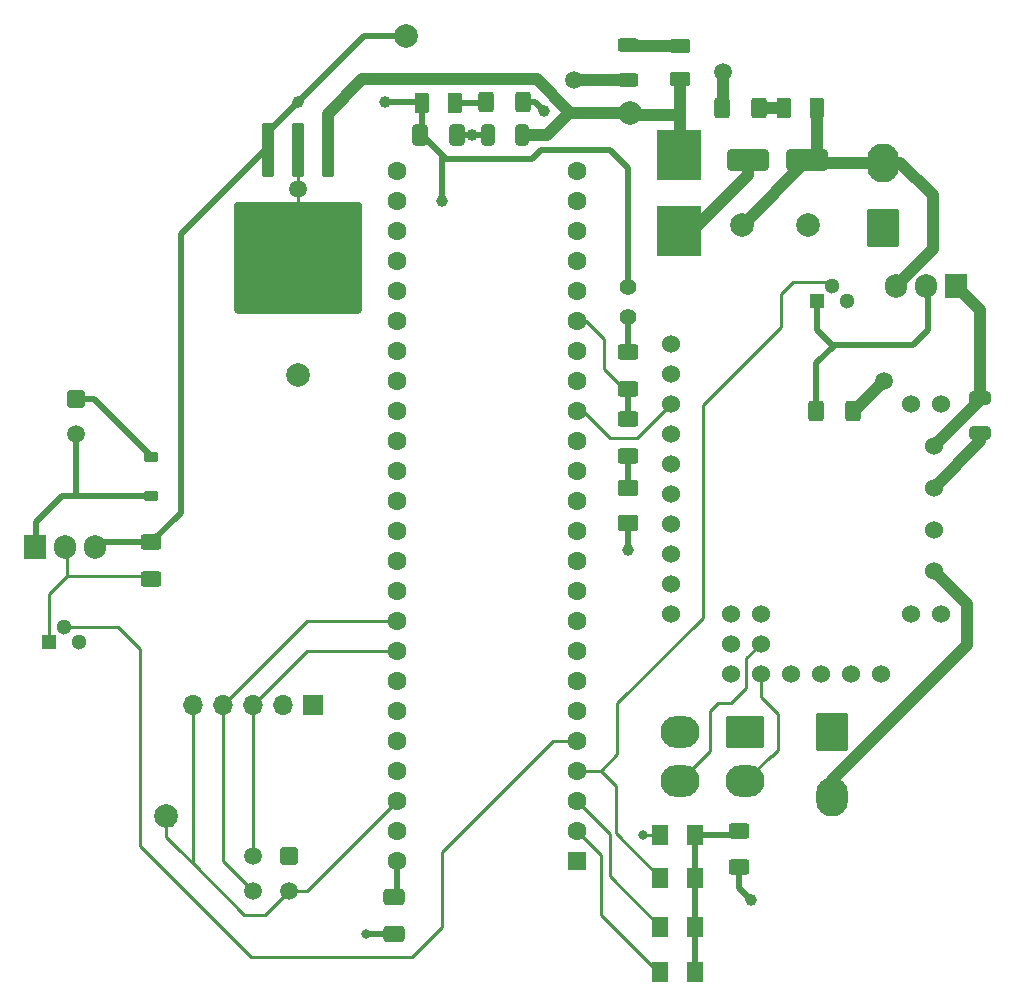
<source format=gbr>
%TF.GenerationSoftware,KiCad,Pcbnew,7.0.6*%
%TF.CreationDate,2024-04-15T18:34:20+10:00*%
%TF.ProjectId,Rocketry_Payload_Main_DDR_Spec_V2,526f636b-6574-4727-995f-5061796c6f61,rev?*%
%TF.SameCoordinates,Original*%
%TF.FileFunction,Copper,L1,Top*%
%TF.FilePolarity,Positive*%
%FSLAX46Y46*%
G04 Gerber Fmt 4.6, Leading zero omitted, Abs format (unit mm)*
G04 Created by KiCad (PCBNEW 7.0.6) date 2024-04-15 18:34:20*
%MOMM*%
%LPD*%
G01*
G04 APERTURE LIST*
G04 Aperture macros list*
%AMRoundRect*
0 Rectangle with rounded corners*
0 $1 Rounding radius*
0 $2 $3 $4 $5 $6 $7 $8 $9 X,Y pos of 4 corners*
0 Add a 4 corners polygon primitive as box body*
4,1,4,$2,$3,$4,$5,$6,$7,$8,$9,$2,$3,0*
0 Add four circle primitives for the rounded corners*
1,1,$1+$1,$2,$3*
1,1,$1+$1,$4,$5*
1,1,$1+$1,$6,$7*
1,1,$1+$1,$8,$9*
0 Add four rect primitives between the rounded corners*
20,1,$1+$1,$2,$3,$4,$5,0*
20,1,$1+$1,$4,$5,$6,$7,0*
20,1,$1+$1,$6,$7,$8,$9,0*
20,1,$1+$1,$8,$9,$2,$3,0*%
G04 Aperture macros list end*
%TA.AperFunction,ComponentPad*%
%ADD10C,2.000000*%
%TD*%
%TA.AperFunction,SMDPad,CuDef*%
%ADD11RoundRect,0.250001X0.462499X0.624999X-0.462499X0.624999X-0.462499X-0.624999X0.462499X-0.624999X0*%
%TD*%
%TA.AperFunction,SMDPad,CuDef*%
%ADD12RoundRect,0.250000X-0.412500X-0.650000X0.412500X-0.650000X0.412500X0.650000X-0.412500X0.650000X0*%
%TD*%
%TA.AperFunction,ComponentPad*%
%ADD13RoundRect,0.250001X-1.399999X1.099999X-1.399999X-1.099999X1.399999X-1.099999X1.399999X1.099999X0*%
%TD*%
%TA.AperFunction,ComponentPad*%
%ADD14O,3.300000X2.700000*%
%TD*%
%TA.AperFunction,ComponentPad*%
%ADD15C,1.500000*%
%TD*%
%TA.AperFunction,ComponentPad*%
%ADD16RoundRect,0.250001X-0.499999X-0.499999X0.499999X-0.499999X0.499999X0.499999X-0.499999X0.499999X0*%
%TD*%
%TA.AperFunction,SMDPad,CuDef*%
%ADD17RoundRect,0.250000X0.400000X0.625000X-0.400000X0.625000X-0.400000X-0.625000X0.400000X-0.625000X0*%
%TD*%
%TA.AperFunction,ComponentPad*%
%ADD18C,1.400000*%
%TD*%
%TA.AperFunction,SMDPad,CuDef*%
%ADD19RoundRect,0.250000X-0.300000X2.050000X-0.300000X-2.050000X0.300000X-2.050000X0.300000X2.050000X0*%
%TD*%
%TA.AperFunction,SMDPad,CuDef*%
%ADD20RoundRect,0.250000X-2.375000X2.025000X-2.375000X-2.025000X2.375000X-2.025000X2.375000X2.025000X0*%
%TD*%
%TA.AperFunction,SMDPad,CuDef*%
%ADD21RoundRect,0.250002X-5.149998X4.449998X-5.149998X-4.449998X5.149998X-4.449998X5.149998X4.449998X0*%
%TD*%
%TA.AperFunction,SMDPad,CuDef*%
%ADD22RoundRect,0.250000X-0.400000X-0.625000X0.400000X-0.625000X0.400000X0.625000X-0.400000X0.625000X0*%
%TD*%
%TA.AperFunction,SMDPad,CuDef*%
%ADD23RoundRect,0.250000X0.625000X-0.400000X0.625000X0.400000X-0.625000X0.400000X-0.625000X-0.400000X0*%
%TD*%
%TA.AperFunction,ComponentPad*%
%ADD24RoundRect,0.250001X-0.499999X0.499999X-0.499999X-0.499999X0.499999X-0.499999X0.499999X0.499999X0*%
%TD*%
%TA.AperFunction,SMDPad,CuDef*%
%ADD25RoundRect,0.250000X-0.625000X0.400000X-0.625000X-0.400000X0.625000X-0.400000X0.625000X0.400000X0*%
%TD*%
%TA.AperFunction,SMDPad,CuDef*%
%ADD26RoundRect,0.250000X0.375000X0.625000X-0.375000X0.625000X-0.375000X-0.625000X0.375000X-0.625000X0*%
%TD*%
%TA.AperFunction,SMDPad,CuDef*%
%ADD27RoundRect,0.250000X-0.625000X0.312500X-0.625000X-0.312500X0.625000X-0.312500X0.625000X0.312500X0*%
%TD*%
%TA.AperFunction,SMDPad,CuDef*%
%ADD28RoundRect,0.250000X-0.650000X0.412500X-0.650000X-0.412500X0.650000X-0.412500X0.650000X0.412500X0*%
%TD*%
%TA.AperFunction,ComponentPad*%
%ADD29R,1.300000X1.300000*%
%TD*%
%TA.AperFunction,ComponentPad*%
%ADD30C,1.300000*%
%TD*%
%TA.AperFunction,ComponentPad*%
%ADD31R,1.600000X1.600000*%
%TD*%
%TA.AperFunction,ComponentPad*%
%ADD32C,1.600000*%
%TD*%
%TA.AperFunction,ComponentPad*%
%ADD33RoundRect,0.250001X1.099999X1.399999X-1.099999X1.399999X-1.099999X-1.399999X1.099999X-1.399999X0*%
%TD*%
%TA.AperFunction,ComponentPad*%
%ADD34O,2.700000X3.300000*%
%TD*%
%TA.AperFunction,SMDPad,CuDef*%
%ADD35RoundRect,0.250001X0.624999X-0.462499X0.624999X0.462499X-0.624999X0.462499X-0.624999X-0.462499X0*%
%TD*%
%TA.AperFunction,SMDPad,CuDef*%
%ADD36RoundRect,0.250000X0.325000X0.650000X-0.325000X0.650000X-0.325000X-0.650000X0.325000X-0.650000X0*%
%TD*%
%TA.AperFunction,ComponentPad*%
%ADD37RoundRect,0.250001X-1.099999X-1.399999X1.099999X-1.399999X1.099999X1.399999X-1.099999X1.399999X0*%
%TD*%
%TA.AperFunction,SMDPad,CuDef*%
%ADD38RoundRect,0.250000X-1.500000X-0.650000X1.500000X-0.650000X1.500000X0.650000X-1.500000X0.650000X0*%
%TD*%
%TA.AperFunction,SMDPad,CuDef*%
%ADD39RoundRect,0.250000X-0.650000X0.325000X-0.650000X-0.325000X0.650000X-0.325000X0.650000X0.325000X0*%
%TD*%
%TA.AperFunction,ComponentPad*%
%ADD40R,1.905000X2.000000*%
%TD*%
%TA.AperFunction,ComponentPad*%
%ADD41O,1.905000X2.000000*%
%TD*%
%TA.AperFunction,SMDPad,CuDef*%
%ADD42RoundRect,0.225000X0.375000X-0.225000X0.375000X0.225000X-0.375000X0.225000X-0.375000X-0.225000X0*%
%TD*%
%TA.AperFunction,ComponentPad*%
%ADD43R,1.700000X1.700000*%
%TD*%
%TA.AperFunction,ComponentPad*%
%ADD44O,1.700000X1.700000*%
%TD*%
%TA.AperFunction,SMDPad,CuDef*%
%ADD45RoundRect,0.250000X-0.625000X0.375000X-0.625000X-0.375000X0.625000X-0.375000X0.625000X0.375000X0*%
%TD*%
%TA.AperFunction,ComponentPad*%
%ADD46C,1.524000*%
%TD*%
%TA.AperFunction,SMDPad,CuDef*%
%ADD47RoundRect,0.250000X-0.375000X-0.625000X0.375000X-0.625000X0.375000X0.625000X-0.375000X0.625000X0*%
%TD*%
%TA.AperFunction,SMDPad,CuDef*%
%ADD48R,3.810000X4.240000*%
%TD*%
%TA.AperFunction,ViaPad*%
%ADD49C,1.000000*%
%TD*%
%TA.AperFunction,ViaPad*%
%ADD50C,1.500000*%
%TD*%
%TA.AperFunction,ViaPad*%
%ADD51C,0.800000*%
%TD*%
%TA.AperFunction,Conductor*%
%ADD52C,0.250000*%
%TD*%
%TA.AperFunction,Conductor*%
%ADD53C,1.000000*%
%TD*%
%TA.AperFunction,Conductor*%
%ADD54C,0.500000*%
%TD*%
%TA.AperFunction,Conductor*%
%ADD55C,0.100000*%
%TD*%
G04 APERTURE END LIST*
D10*
%TO.P,TP3,1,1*%
%TO.N,N/C*%
X172720000Y-69596000D03*
%TD*%
D11*
%TO.P,D1,1,K*%
%TO.N,Net-(D1-K)*%
X163195000Y-132842000D03*
%TO.P,D1,2,A*%
%TO.N,/0*%
X160220000Y-132842000D03*
%TD*%
D10*
%TO.P,TP4,1,1*%
%TO.N,12V_RAW*%
X167132000Y-69596000D03*
%TD*%
%TO.P,TP3,1,1*%
%TO.N,GND*%
X129540000Y-82296000D03*
%TD*%
%TO.P,TP2,1,1*%
%TO.N,/3.3V*%
X118364000Y-119634000D03*
%TD*%
D12*
%TO.P,C3,1*%
%TO.N,5V*%
X139915500Y-61976000D03*
%TO.P,C3,2*%
%TO.N,GND*%
X143040500Y-61976000D03*
%TD*%
D13*
%TO.P,J2,1,1*%
%TO.N,Net-(J2-Pad1)*%
X167386000Y-112522000D03*
D14*
%TO.P,J2,2,2*%
%TO.N,Net-(U5-FBA)*%
X167386000Y-116722000D03*
%TO.P,J2,3,3*%
%TO.N,unconnected-(J2-Pad3)*%
X161886000Y-112522000D03*
%TO.P,J2,4,4*%
%TO.N,Net-(U5-AUX)*%
X161886000Y-116722000D03*
%TD*%
D10*
%TO.P,TP6,1,1*%
%TO.N,5V*%
X138684000Y-53594000D03*
%TD*%
D15*
%TO.P,J1,2,Pin_2*%
%TO.N,Valve*%
X110744000Y-87328000D03*
D16*
%TO.P,J1,1,Pin_1*%
%TO.N,GND*%
X110744000Y-84328000D03*
%TD*%
D17*
%TO.P,R1,1*%
%TO.N,Net-(D7-K)*%
X168555000Y-59690000D03*
%TO.P,R1,2*%
%TO.N,GND*%
X165455000Y-59690000D03*
%TD*%
D11*
%TO.P,D2,2,A*%
%TO.N,/1*%
X160220000Y-129032000D03*
%TO.P,D2,1,K*%
%TO.N,Net-(D1-K)*%
X163195000Y-129032000D03*
%TD*%
D18*
%TO.P,SJ2,1,1*%
%TO.N,Net-(R4-Pad1)*%
X157480000Y-77450000D03*
%TO.P,SJ2,2,2*%
%TO.N,5V*%
X157480000Y-74910000D03*
%TD*%
D19*
%TO.P,U7,1,VI*%
%TO.N,12V_PROT*%
X132080000Y-63240000D03*
%TO.P,U7,2,GND*%
%TO.N,GND*%
X129540000Y-63240000D03*
D20*
X132315000Y-69965000D03*
X126765000Y-69965000D03*
D21*
X129540000Y-72390000D03*
D20*
X132315000Y-74815000D03*
X126765000Y-74815000D03*
D19*
%TO.P,U7,3,VO*%
%TO.N,5V*%
X127000000Y-63240000D03*
%TD*%
D22*
%TO.P,R3,1*%
%TO.N,Net-(D10-K)*%
X145490600Y-59182000D03*
%TO.P,R3,2*%
%TO.N,GND*%
X148590600Y-59182000D03*
%TD*%
%TO.P,R8,1*%
%TO.N,Net-(Q1-G)*%
X173430000Y-85344000D03*
%TO.P,R8,2*%
%TO.N,12V_RAW*%
X176530000Y-85344000D03*
%TD*%
D23*
%TO.P,R7,2*%
%TO.N,5V*%
X117094000Y-96494000D03*
%TO.P,R7,1*%
%TO.N,Net-(Q2-G)*%
X117094000Y-99594000D03*
%TD*%
D24*
%TO.P,U4,1,GND*%
%TO.N,GND*%
X128778000Y-123015000D03*
D15*
%TO.P,U4,2,Vin_2-6V*%
%TO.N,/3.3V*%
X128778000Y-126015000D03*
%TO.P,U4,3,SCL*%
%TO.N,/SCK{slash}SCL*%
X125778000Y-123015000D03*
%TO.P,U4,4,SDA*%
%TO.N,/SDI{slash}SDA*%
X125778000Y-126015000D03*
%TD*%
D25*
%TO.P,R5,1*%
%TO.N,/Test_Pin*%
X157480000Y-86080000D03*
%TO.P,R5,2*%
%TO.N,Net-(D6-A)*%
X157480000Y-89180000D03*
%TD*%
D26*
%TO.P,D10,1,K*%
%TO.N,Net-(D10-K)*%
X142827200Y-59283600D03*
%TO.P,D10,2,A*%
%TO.N,5V*%
X140027200Y-59283600D03*
%TD*%
D27*
%TO.P,R2,1*%
%TO.N,Net-(D9-K)*%
X157480000Y-54417500D03*
%TO.P,R2,2*%
%TO.N,GND*%
X157480000Y-57342500D03*
%TD*%
D28*
%TO.P,C1,1*%
%TO.N,5V*%
X137668000Y-126492000D03*
%TO.P,C1,2*%
%TO.N,GND*%
X137668000Y-129617000D03*
%TD*%
D29*
%TO.P,Q4,1,C*%
%TO.N,Net-(Q1-G)*%
X173482000Y-76052000D03*
D30*
%TO.P,Q4,2,B*%
%TO.N,/2*%
X174752000Y-74782000D03*
%TO.P,Q4,3,E*%
%TO.N,GND*%
X176022000Y-76052000D03*
%TD*%
D31*
%TO.P,U2,1,GND*%
%TO.N,GND*%
X153162000Y-123444000D03*
D32*
%TO.P,U2,2,0_RX1_CRX2_CS1*%
%TO.N,/0*%
X153162000Y-120904000D03*
%TO.P,U2,3,1_TX1_CTX2_MISO1*%
%TO.N,/1*%
X153162000Y-118364000D03*
%TO.P,U2,4,2_OUT2*%
%TO.N,/2*%
X153162000Y-115824000D03*
%TO.P,U2,5,3_LRCLK2*%
%TO.N,/3*%
X153162000Y-113284000D03*
%TO.P,U2,6,4_BCLK2*%
%TO.N,unconnected-(U2-4_BCLK2-Pad6)*%
X153162000Y-110744000D03*
%TO.P,U2,7,5_IN2*%
%TO.N,unconnected-(U2-5_IN2-Pad7)*%
X153162000Y-108204000D03*
%TO.P,U2,8,6_OUT1D*%
%TO.N,unconnected-(U2-6_OUT1D-Pad8)*%
X153162000Y-105664000D03*
%TO.P,U2,9,7_RX2_OUT1A*%
%TO.N,unconnected-(U2-7_RX2_OUT1A-Pad9)*%
X153162000Y-103124000D03*
%TO.P,U2,10,8_TX2_IN1*%
%TO.N,unconnected-(U2-8_TX2_IN1-Pad10)*%
X153162000Y-100584000D03*
%TO.P,U2,11,9_OUT1C*%
%TO.N,unconnected-(U2-9_OUT1C-Pad11)*%
X153162000Y-98044000D03*
%TO.P,U2,12,10_CS_MQSR*%
%TO.N,unconnected-(U2-10_CS_MQSR-Pad12)*%
X153162000Y-95504000D03*
%TO.P,U2,13,11_MOSI_CTX1*%
%TO.N,unconnected-(U2-11_MOSI_CTX1-Pad13)*%
X153162000Y-92964000D03*
%TO.P,U2,14,12_MISO_MQSL*%
%TO.N,unconnected-(U2-12_MISO_MQSL-Pad14)*%
X153162000Y-90424000D03*
%TO.P,U2,15,3V3*%
%TO.N,unconnected-(U2-3V3-Pad15)*%
X153162000Y-87884000D03*
%TO.P,U2,16,24_A10_TX6_SCL2*%
%TO.N,/SCL2*%
X153162000Y-85344000D03*
%TO.P,U2,17,25_A11_RX6_SDA2*%
%TO.N,/SDA2*%
X153162000Y-82804000D03*
%TO.P,U2,18,26_A12_MOSI1*%
%TO.N,unconnected-(U2-26_A12_MOSI1-Pad18)*%
X153162000Y-80264000D03*
%TO.P,U2,19,27_A13_SCK1*%
%TO.N,/Test_Pin*%
X153162000Y-77724000D03*
%TO.P,U2,20,28_RX7*%
%TO.N,unconnected-(U2-28_RX7-Pad20)*%
X153162000Y-75184000D03*
%TO.P,U2,21,29_TX7*%
%TO.N,unconnected-(U2-29_TX7-Pad21)*%
X153162000Y-72644000D03*
%TO.P,U2,22,30_CRX3*%
%TO.N,unconnected-(U2-30_CRX3-Pad22)*%
X153162000Y-70104000D03*
%TO.P,U2,23,31_CTX3*%
%TO.N,unconnected-(U2-31_CTX3-Pad23)*%
X153162000Y-67564000D03*
%TO.P,U2,24,32_OUT1B*%
%TO.N,unconnected-(U2-32_OUT1B-Pad24)*%
X153162000Y-65024000D03*
%TO.P,U2,25,33_MCLK2*%
%TO.N,unconnected-(U2-33_MCLK2-Pad25)*%
X137922000Y-65024000D03*
%TO.P,U2,26,34_RX8*%
%TO.N,unconnected-(U2-34_RX8-Pad26)*%
X137922000Y-67564000D03*
%TO.P,U2,27,35_TX8*%
%TO.N,unconnected-(U2-35_TX8-Pad27)*%
X137922000Y-70104000D03*
%TO.P,U2,28,36_CS*%
%TO.N,unconnected-(U2-36_CS-Pad28)*%
X137922000Y-72644000D03*
%TO.P,U2,29,37_CS*%
%TO.N,unconnected-(U2-37_CS-Pad29)*%
X137922000Y-75184000D03*
%TO.P,U2,30,38_CS1_IN1*%
%TO.N,unconnected-(U2-38_CS1_IN1-Pad30)*%
X137922000Y-77724000D03*
%TO.P,U2,31,39_MISO1_OUT1A*%
%TO.N,unconnected-(U2-39_MISO1_OUT1A-Pad31)*%
X137922000Y-80264000D03*
%TO.P,U2,32,40_A16*%
%TO.N,unconnected-(U2-40_A16-Pad32)*%
X137922000Y-82804000D03*
%TO.P,U2,33,41_A17*%
%TO.N,unconnected-(U2-41_A17-Pad33)*%
X137922000Y-85344000D03*
%TO.P,U2,34,GND*%
%TO.N,GND*%
X137922000Y-87884000D03*
%TO.P,U2,35,13_SCK_LED*%
%TO.N,unconnected-(U2-13_SCK_LED-Pad35)*%
X137922000Y-90424000D03*
%TO.P,U2,36,14_A0_TX3_SPDIF_OUT*%
%TO.N,unconnected-(U2-14_A0_TX3_SPDIF_OUT-Pad36)*%
X137922000Y-92964000D03*
%TO.P,U2,37,15_A1_RX3_SPDIF_IN*%
%TO.N,unconnected-(U2-15_A1_RX3_SPDIF_IN-Pad37)*%
X137922000Y-95504000D03*
%TO.P,U2,38,16_A2_RX4_SCL1*%
%TO.N,unconnected-(U2-16_A2_RX4_SCL1-Pad38)*%
X137922000Y-98044000D03*
%TO.P,U2,39,17_A3_TX4_SDA1*%
%TO.N,unconnected-(U2-17_A3_TX4_SDA1-Pad39)*%
X137922000Y-100584000D03*
%TO.P,U2,40,18_A4_SDA*%
%TO.N,/SDI{slash}SDA*%
X137922000Y-103124000D03*
%TO.P,U2,41,19_A5_SCL*%
%TO.N,/SCK{slash}SCL*%
X137922000Y-105664000D03*
%TO.P,U2,42,20_A6_TX5_LRCLK1*%
%TO.N,unconnected-(U2-20_A6_TX5_LRCLK1-Pad42)*%
X137922000Y-108204000D03*
%TO.P,U2,43,21_A7_RX5_BCLK1*%
%TO.N,unconnected-(U2-21_A7_RX5_BCLK1-Pad43)*%
X137922000Y-110744000D03*
%TO.P,U2,44,22_A8_CTX1*%
%TO.N,unconnected-(U2-22_A8_CTX1-Pad44)*%
X137922000Y-113284000D03*
%TO.P,U2,45,23_A9_CRX1_MCLK1*%
%TO.N,unconnected-(U2-23_A9_CRX1_MCLK1-Pad45)*%
X137922000Y-115824000D03*
%TO.P,U2,46,3V3*%
%TO.N,/3.3V*%
X137922000Y-118364000D03*
%TO.P,U2,47,GND*%
%TO.N,GND*%
X137922000Y-120904000D03*
%TO.P,U2,48,VIN*%
%TO.N,5V*%
X137922000Y-123444000D03*
%TD*%
D25*
%TO.P,R4,1*%
%TO.N,Net-(R4-Pad1)*%
X157480000Y-80365000D03*
%TO.P,R4,2*%
%TO.N,/Test_Pin*%
X157480000Y-83465000D03*
%TD*%
D33*
%TO.P,COMMISIONING_PWR1,1,Pin_1*%
%TO.N,GND*%
X179070000Y-69850000D03*
D34*
%TO.P,COMMISIONING_PWR1,2,Pin_2*%
%TO.N,12V_RAW*%
X179070000Y-64350000D03*
%TD*%
D35*
%TO.P,D6,1,K*%
%TO.N,GND*%
X157480000Y-94832500D03*
%TO.P,D6,2,A*%
%TO.N,Net-(D6-A)*%
X157480000Y-91857500D03*
%TD*%
D36*
%TO.P,C2,1*%
%TO.N,12V_PROT*%
X148541000Y-61976000D03*
%TO.P,C2,2*%
%TO.N,GND*%
X145591000Y-61976000D03*
%TD*%
D11*
%TO.P,D3,1,K*%
%TO.N,Net-(D1-K)*%
X163195000Y-124880000D03*
%TO.P,D3,2,A*%
%TO.N,/2*%
X160220000Y-124880000D03*
%TD*%
D37*
%TO.P,J3,1,Pin_1*%
%TO.N,Net-(J3-Pin_1)*%
X174752000Y-112522000D03*
D34*
%TO.P,J3,2,Pin_2*%
%TO.N,Net-(J3-Pin_2)*%
X174752000Y-118022000D03*
%TD*%
D38*
%TO.P,D8,1,K*%
%TO.N,Net-(D8-K)*%
X167680000Y-64135000D03*
%TO.P,D8,2,A*%
%TO.N,12V_RAW*%
X172680000Y-64135000D03*
%TD*%
D25*
%TO.P,R6,1*%
%TO.N,Net-(D1-K)*%
X166878000Y-120904000D03*
%TO.P,R6,2*%
%TO.N,GND*%
X166878000Y-124004000D03*
%TD*%
D10*
%TO.P,TP5,1,1*%
%TO.N,12V_PROT*%
X157632400Y-60096400D03*
%TD*%
D11*
%TO.P,D4,1,K*%
%TO.N,Net-(D1-K)*%
X163195000Y-121285000D03*
%TO.P,D4,2,A*%
%TO.N,/3*%
X160220000Y-121285000D03*
%TD*%
D39*
%TO.P,C4,1*%
%TO.N,Motor*%
X187325000Y-84275400D03*
%TO.P,C4,2*%
%TO.N,GND*%
X187325000Y-87225400D03*
%TD*%
D40*
%TO.P,Q1,1,D*%
%TO.N,Motor*%
X185293000Y-74803000D03*
D41*
%TO.P,Q1,2,G*%
%TO.N,Net-(Q1-G)*%
X182753000Y-74803000D03*
%TO.P,Q1,3,S*%
%TO.N,12V_RAW*%
X180213000Y-74803000D03*
%TD*%
D42*
%TO.P,D5,1,K*%
%TO.N,Valve*%
X117094000Y-92582000D03*
%TO.P,D5,2,A*%
%TO.N,GND*%
X117094000Y-89282000D03*
%TD*%
D43*
%TO.P,U6,1,GND*%
%TO.N,GND*%
X130810000Y-110236000D03*
D44*
%TO.P,U6,2,Cross*%
%TO.N,unconnected-(U6-Cross-Pad2)*%
X128270000Y-110236000D03*
%TO.P,U6,3,SCL*%
%TO.N,/SCK{slash}SCL*%
X125730000Y-110236000D03*
%TO.P,U6,4,SDA*%
%TO.N,/SDI{slash}SDA*%
X123190000Y-110236000D03*
%TO.P,U6,5,Vin_2-6V*%
%TO.N,/3.3V*%
X120650000Y-110236000D03*
%TD*%
D29*
%TO.P,Q6,1,C*%
%TO.N,Net-(Q2-G)*%
X108458000Y-104902000D03*
D30*
%TO.P,Q6,2,B*%
%TO.N,/3*%
X109728000Y-103632000D03*
%TO.P,Q6,3,E*%
%TO.N,GND*%
X110998000Y-104902000D03*
%TD*%
D45*
%TO.P,D9,1,K*%
%TO.N,Net-(D9-K)*%
X161925000Y-54480000D03*
%TO.P,D9,2,A*%
%TO.N,12V_PROT*%
X161925000Y-57280000D03*
%TD*%
D46*
%TO.P,U5,1,ERR*%
%TO.N,unconnected-(U5-ERR-Pad1)*%
X161116000Y-79656000D03*
%TO.P,U5,2,RST*%
%TO.N,unconnected-(U5-RST-Pad2)*%
X161136000Y-82196000D03*
%TO.P,U5,3,SCL*%
%TO.N,/SCL2*%
X161136000Y-84736000D03*
%TO.P,U5,4,SDA/AN*%
%TO.N,/SDA2*%
X161136000Y-87276000D03*
%TO.P,U5,5,GND*%
%TO.N,GND*%
X161136000Y-89816000D03*
%TO.P,U5,6,TX*%
%TO.N,unconnected-(U5-TX-Pad6)*%
X161136000Y-92356000D03*
%TO.P,U5,7,RX*%
%TO.N,unconnected-(U5-RX-Pad7)*%
X161136000Y-94896000D03*
%TO.P,U5,8,RC*%
%TO.N,unconnected-(U5-RC-Pad8)*%
X161136000Y-97436000D03*
%TO.P,U5,9,5V*%
%TO.N,unconnected-(U5-5V-Pad9)*%
X161136000Y-99976000D03*
%TO.P,U5,10,GND*%
%TO.N,GND*%
X161136000Y-102516000D03*
%TO.P,U5,11,GND*%
%TO.N,Net-(J2-Pad1)*%
X168756000Y-102516000D03*
%TO.P,U5,12,POT*%
%TO.N,unconnected-(U5-POT-Pad12)*%
X166216000Y-107596000D03*
%TO.P,U5,13,GND_DNU*%
%TO.N,unconnected-(U5-GND_DNU-Pad13)*%
X171296000Y-107596000D03*
%TO.P,U5,14,VM_DNU*%
%TO.N,unconnected-(U5-VM_DNU-Pad14)*%
X173836000Y-107596000D03*
%TO.P,U5,15,GND_DNU*%
%TO.N,unconnected-(U5-GND_DNU-Pad15)*%
X176376000Y-107596000D03*
%TO.P,U5,16*%
%TO.N,N/C*%
X178916000Y-107596000D03*
%TO.P,U5,17,5V*%
%TO.N,unconnected-(U5-5V-Pad17)*%
X166216000Y-105056000D03*
%TO.P,U5,18,AUX*%
%TO.N,Net-(U5-AUX)*%
X168756000Y-105056000D03*
%TO.P,U5,19,FBT*%
%TO.N,unconnected-(U5-FBT-Pad19)*%
X166216000Y-102516000D03*
%TO.P,U5,20,FBA*%
%TO.N,Net-(U5-FBA)*%
X168756000Y-107596000D03*
%TO.P,U5,21*%
%TO.N,N/C*%
X183996000Y-102516000D03*
%TO.P,U5,22*%
X181456000Y-102516000D03*
%TO.P,U5,23*%
X183996000Y-84736000D03*
%TO.P,U5,24*%
X181456000Y-84736000D03*
%TO.P,U5,25,VIN*%
%TO.N,Motor*%
X183361000Y-88368200D03*
%TO.P,U5,26,GND*%
%TO.N,GND*%
X183361000Y-91873400D03*
%TO.P,U5,27,OUTA*%
%TO.N,Net-(J3-Pin_1)*%
X183361000Y-95404000D03*
%TO.P,U5,28,OUTB*%
%TO.N,Net-(J3-Pin_2)*%
X183361000Y-98883800D03*
%TD*%
D47*
%TO.P,D7,1,K*%
%TO.N,Net-(D7-K)*%
X170685000Y-59690000D03*
%TO.P,D7,2,A*%
%TO.N,12V_RAW*%
X173485000Y-59690000D03*
%TD*%
D48*
%TO.P,F1,1*%
%TO.N,Net-(D8-K)*%
X161772600Y-70098600D03*
%TO.P,F1,2*%
%TO.N,12V_PROT*%
X161772600Y-63728600D03*
%TD*%
D40*
%TO.P,Q2,1,D*%
%TO.N,Valve*%
X107315000Y-96901000D03*
D41*
%TO.P,Q2,2,G*%
%TO.N,Net-(Q2-G)*%
X109855000Y-96901000D03*
%TO.P,Q2,3,S*%
%TO.N,5V*%
X112395000Y-96901000D03*
%TD*%
D49*
%TO.N,GND*%
X157480000Y-97155000D03*
D50*
X129540000Y-66548000D03*
D49*
X150368000Y-59944000D03*
X144272000Y-61976000D03*
X167894000Y-126746000D03*
D51*
X135305000Y-129617000D03*
D50*
X165542500Y-56707500D03*
X152882600Y-57327800D03*
D49*
%TO.N,5V*%
X129540000Y-59182000D03*
X136906000Y-59182000D03*
X141732000Y-67564000D03*
D50*
%TO.N,12V_RAW*%
X179197000Y-82804000D03*
D51*
%TO.N,/3*%
X158750000Y-121285000D03*
%TD*%
D52*
%TO.N,12V_RAW*%
X167219000Y-69596000D02*
X167132000Y-69596000D01*
D53*
X172680000Y-64135000D02*
X167219000Y-69596000D01*
D54*
%TO.N,Valve*%
X110744000Y-92582000D02*
X110744000Y-87328000D01*
%TO.N,GND*%
X112268000Y-84328000D02*
X117094000Y-89154000D01*
X110744000Y-84328000D02*
X112268000Y-84328000D01*
D52*
%TO.N,12V_RAW*%
X172680000Y-64135000D02*
X172974000Y-64429000D01*
%TO.N,/3.3V*%
X119380000Y-122428000D02*
X118364000Y-121412000D01*
X118364000Y-121412000D02*
X118364000Y-119634000D01*
X120713500Y-123761500D02*
X119380000Y-122428000D01*
X126746000Y-128016000D02*
X124968000Y-128016000D01*
X130271000Y-126015000D02*
X137922000Y-118364000D01*
X124968000Y-128016000D02*
X120713500Y-123761500D01*
X118110000Y-119634000D02*
X118872000Y-120396000D01*
X120650000Y-122174000D02*
X120650000Y-110236000D01*
X120650000Y-123698000D02*
X120650000Y-122174000D01*
X118872000Y-120396000D02*
X118618000Y-120142000D01*
X120713500Y-123761500D02*
X120650000Y-123698000D01*
X128778000Y-126015000D02*
X130271000Y-126015000D01*
X126746000Y-128016000D02*
X126777000Y-128016000D01*
X126777000Y-128016000D02*
X128778000Y-126015000D01*
D54*
%TO.N,GND*%
X149606000Y-59182000D02*
X150368000Y-59944000D01*
D52*
X129540000Y-66548000D02*
X129540000Y-72390000D01*
D54*
X166878000Y-124004000D02*
X166878000Y-125730000D01*
D53*
X165542500Y-56707500D02*
X165542500Y-59690000D01*
X187325000Y-87909400D02*
X183361000Y-91873400D01*
D54*
X137668000Y-129617000D02*
X135305000Y-129617000D01*
X142953000Y-61976000D02*
X144272000Y-61976000D01*
D53*
X152897300Y-57342500D02*
X152882600Y-57327800D01*
D54*
X166878000Y-125730000D02*
X167894000Y-126746000D01*
X157480000Y-94832500D02*
X157480000Y-97155000D01*
D52*
X129540000Y-63240000D02*
X129540000Y-66548000D01*
D55*
X117094000Y-89282000D02*
X117094000Y-89154000D01*
D53*
X157480000Y-57342500D02*
X152897300Y-57342500D01*
X187325000Y-87312900D02*
X187325000Y-87909400D01*
D54*
X148503100Y-59182000D02*
X149606000Y-59182000D01*
X144272000Y-61976000D02*
X145591000Y-61976000D01*
%TO.N,5V*%
X126752000Y-63240000D02*
X119634000Y-70358000D01*
X155956000Y-63246000D02*
X157480000Y-64770000D01*
X142035000Y-64008000D02*
X149352000Y-64008000D01*
X117120000Y-96494000D02*
X117094000Y-96494000D01*
X119634000Y-93980000D02*
X117120000Y-96494000D01*
X137922000Y-123444000D02*
X137922000Y-126238000D01*
X141732000Y-63754000D02*
X141756500Y-63729500D01*
X129540000Y-59182000D02*
X135128000Y-53594000D01*
X157480000Y-64770000D02*
X157480000Y-74910000D01*
X117094000Y-96494000D02*
X112802000Y-96494000D01*
X141732000Y-67564000D02*
X141732000Y-63754000D01*
X136906000Y-59182000D02*
X139925600Y-59182000D01*
X129540000Y-59182000D02*
X127000000Y-61722000D01*
X135128000Y-53594000D02*
X138684000Y-53594000D01*
X119634000Y-70358000D02*
X119634000Y-93980000D01*
X150114000Y-63246000D02*
X155956000Y-63246000D01*
X112802000Y-96494000D02*
X112395000Y-96901000D01*
X141756500Y-63729500D02*
X140003000Y-61976000D01*
X149352000Y-64008000D02*
X150114000Y-63246000D01*
X141756500Y-63729500D02*
X142035000Y-64008000D01*
X127000000Y-63240000D02*
X126752000Y-63240000D01*
X140027200Y-59283600D02*
X140027200Y-61951800D01*
D53*
%TO.N,12V_PROT*%
X150622000Y-61976000D02*
X148541000Y-61976000D01*
X152583000Y-60096400D02*
X152501600Y-60096400D01*
X157632400Y-60096400D02*
X152583000Y-60096400D01*
X161925000Y-60325000D02*
X161925000Y-57280000D01*
X135006200Y-57271800D02*
X132080000Y-60198000D01*
X161925000Y-60325000D02*
X157861000Y-60325000D01*
X152501600Y-60096400D02*
X150622000Y-61976000D01*
X161925000Y-64760000D02*
X161925000Y-60325000D01*
X152583000Y-60096400D02*
X149758400Y-57271800D01*
X132080000Y-60198000D02*
X132080000Y-63240000D01*
X135006200Y-57271800D02*
X149758400Y-57271800D01*
%TO.N,12V_RAW*%
X180213000Y-74803000D02*
X183324500Y-71691500D01*
D52*
X173485000Y-63330000D02*
X172680000Y-64135000D01*
D53*
X173485000Y-59690000D02*
X173485000Y-63330000D01*
X179197000Y-82804000D02*
X176657000Y-85344000D01*
X183324500Y-67119500D02*
X180555000Y-64350000D01*
X180555000Y-64350000D02*
X179070000Y-64350000D01*
X179070000Y-64350000D02*
X172895000Y-64350000D01*
X176657000Y-85344000D02*
X176530000Y-85344000D01*
X183324500Y-71691500D02*
X183324500Y-67119500D01*
D54*
%TO.N,Net-(D1-K)*%
X163195000Y-129452000D02*
X163195000Y-132842000D01*
X163195000Y-124880000D02*
X163195000Y-129452000D01*
X163195000Y-124880000D02*
X163195000Y-121490000D01*
X163195000Y-121285000D02*
X166497000Y-121285000D01*
D52*
%TO.N,/0*%
X155194000Y-122936000D02*
X155194000Y-128016000D01*
X155194000Y-128016000D02*
X160020000Y-132842000D01*
X153162000Y-120904000D02*
X155194000Y-122936000D01*
%TO.N,/1*%
X155956000Y-121158000D02*
X155956000Y-124768000D01*
X153162000Y-118364000D02*
X155956000Y-121158000D01*
X155956000Y-124768000D02*
X160220000Y-129032000D01*
%TO.N,/2*%
X156464000Y-117094000D02*
X155194000Y-115824000D01*
X171450000Y-74422000D02*
X174392000Y-74422000D01*
X170434000Y-78232000D02*
X170434000Y-75438000D01*
X156464000Y-121124000D02*
X156464000Y-117094000D01*
X170434000Y-75438000D02*
X171450000Y-74422000D01*
X160220000Y-124880000D02*
X156464000Y-121124000D01*
X163830000Y-84836000D02*
X170434000Y-78232000D01*
X155194000Y-115824000D02*
X153162000Y-115824000D01*
X174392000Y-74422000D02*
X174752000Y-74782000D01*
X155194000Y-115824000D02*
X156591000Y-114427000D01*
X163830000Y-102870000D02*
X163830000Y-84836000D01*
X156591000Y-114427000D02*
X156591000Y-110109000D01*
X156591000Y-110109000D02*
X163830000Y-102870000D01*
%TO.N,/3*%
X139192000Y-131572000D02*
X141732000Y-129032000D01*
X151130000Y-113284000D02*
X153162000Y-113284000D01*
X141732000Y-129032000D02*
X141732000Y-122682000D01*
X141732000Y-122682000D02*
X151130000Y-113284000D01*
X109728000Y-103632000D02*
X114300000Y-103632000D01*
X116205000Y-105537000D02*
X116205000Y-122174000D01*
X116205000Y-122174000D02*
X125603000Y-131572000D01*
X114300000Y-103632000D02*
X116205000Y-105537000D01*
X125603000Y-131572000D02*
X139192000Y-131572000D01*
X158750000Y-121285000D02*
X160015000Y-121285000D01*
D54*
%TO.N,Net-(D6-A)*%
X157480000Y-89180000D02*
X157480000Y-91857500D01*
D53*
%TO.N,Net-(D7-K)*%
X170685000Y-59690000D02*
X168467500Y-59690000D01*
%TO.N,Net-(D8-K)*%
X167680000Y-65375000D02*
X161925000Y-71130000D01*
X167680000Y-64135000D02*
X167680000Y-65375000D01*
%TO.N,Net-(D9-K)*%
X161925000Y-54480000D02*
X157542500Y-54480000D01*
D54*
%TO.N,Net-(D10-K)*%
X142827200Y-59283600D02*
X145476500Y-59283600D01*
D52*
%TO.N,/SCK{slash}SCL*%
X125730000Y-110236000D02*
X125730000Y-122967000D01*
X125730000Y-122967000D02*
X125778000Y-123015000D01*
X130302000Y-105664000D02*
X125730000Y-110236000D01*
X137922000Y-105664000D02*
X130302000Y-105664000D01*
%TO.N,/SDI{slash}SDA*%
X137922000Y-103124000D02*
X130302000Y-103124000D01*
X123190000Y-123427000D02*
X125778000Y-126015000D01*
X123190000Y-110236000D02*
X123190000Y-123427000D01*
X130302000Y-103124000D02*
X123190000Y-110236000D01*
%TO.N,Net-(U5-FBA)*%
X167386000Y-116722000D02*
X169554000Y-114554000D01*
X170180000Y-114046000D02*
X170180000Y-110998000D01*
X169672000Y-114554000D02*
X170180000Y-114046000D01*
X170180000Y-110998000D02*
X168756000Y-109574000D01*
X168756000Y-109574000D02*
X168756000Y-107596000D01*
X169554000Y-114554000D02*
X169672000Y-114554000D01*
%TO.N,Net-(U5-AUX)*%
X166243000Y-110109000D02*
X165100000Y-110109000D01*
X167513000Y-106299000D02*
X167513000Y-108839000D01*
X167513000Y-108839000D02*
X166243000Y-110109000D01*
X164465000Y-110744000D02*
X164465000Y-114143000D01*
X168756000Y-105056000D02*
X167513000Y-106299000D01*
X165100000Y-110109000D02*
X164465000Y-110744000D01*
X164465000Y-114143000D02*
X161886000Y-116722000D01*
D53*
%TO.N,Net-(J3-Pin_2)*%
X174752000Y-116586000D02*
X186182000Y-105156000D01*
X186182000Y-101704800D02*
X183361000Y-98883800D01*
X186182000Y-105156000D02*
X186182000Y-101704800D01*
X174752000Y-116586000D02*
X174752000Y-117820000D01*
D54*
%TO.N,Net-(R4-Pad1)*%
X157480000Y-77450000D02*
X157480000Y-80365000D01*
D52*
%TO.N,/SCL2*%
X158242000Y-87630000D02*
X161136000Y-84736000D01*
X155956000Y-87630000D02*
X158242000Y-87630000D01*
X153670000Y-85344000D02*
X155956000Y-87630000D01*
%TO.N,/Test_Pin*%
X155448000Y-79248000D02*
X155448000Y-81788000D01*
D54*
X157480000Y-83465000D02*
X157480000Y-86080000D01*
D52*
X153924000Y-77724000D02*
X155448000Y-79248000D01*
X153162000Y-77724000D02*
X153924000Y-77724000D01*
X155448000Y-81788000D02*
X157125000Y-83465000D01*
D54*
%TO.N,Valve*%
X109602000Y-92582000D02*
X109601000Y-92583000D01*
X110744000Y-92582000D02*
X109602000Y-92582000D01*
X107378500Y-96837500D02*
X107315000Y-96901000D01*
X107378500Y-94805500D02*
X107378500Y-96837500D01*
X109601000Y-92583000D02*
X107378500Y-94805500D01*
X117094000Y-92582000D02*
X110744000Y-92582000D01*
%TO.N,Net-(Q1-G)*%
X182880000Y-74930000D02*
X182753000Y-74803000D01*
X174752000Y-79756000D02*
X173482000Y-78486000D01*
X175006000Y-79756000D02*
X181610000Y-79756000D01*
X182880000Y-78486000D02*
X182880000Y-74930000D01*
X181610000Y-79756000D02*
X182880000Y-78486000D01*
X173430000Y-81332000D02*
X173430000Y-85344000D01*
X175006000Y-79756000D02*
X173430000Y-81332000D01*
X173482000Y-78486000D02*
X173482000Y-76052000D01*
X175006000Y-79756000D02*
X174752000Y-79756000D01*
D53*
%TO.N,Motor*%
X187325000Y-84404200D02*
X183361000Y-88368200D01*
X187325000Y-76835000D02*
X185293000Y-74803000D01*
X187325000Y-84275400D02*
X187325000Y-76835000D01*
D52*
%TO.N,Net-(Q2-G)*%
X109982000Y-99314000D02*
X108458000Y-100838000D01*
X116814000Y-99314000D02*
X109982000Y-99314000D01*
X108458000Y-100838000D02*
X108458000Y-104902000D01*
X109982000Y-97028000D02*
X109855000Y-96901000D01*
X109982000Y-99314000D02*
X109982000Y-97028000D01*
X117094000Y-99594000D02*
X116814000Y-99314000D01*
%TD*%
M02*

</source>
